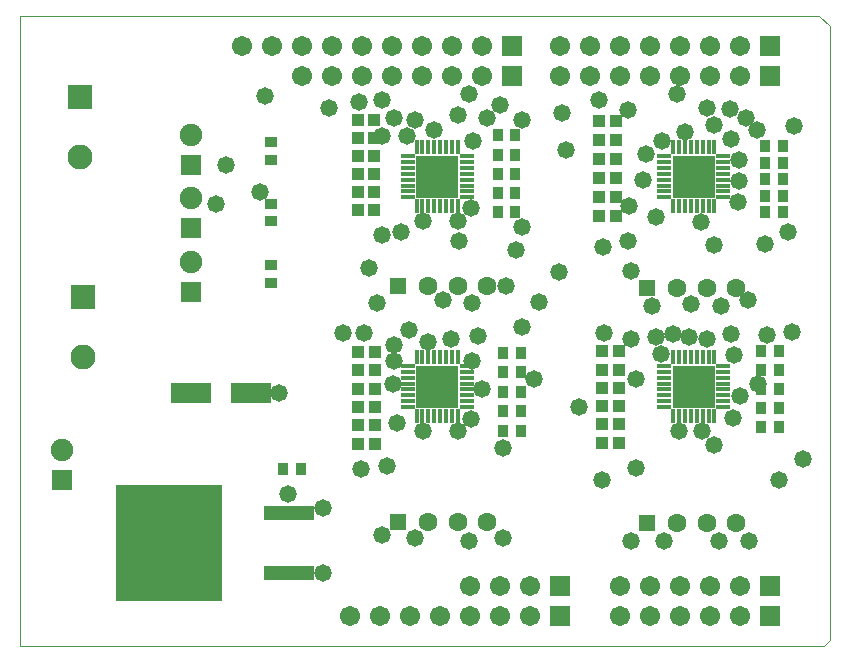
<source format=gts>
G04 Layer_Color=8388736*
%FSLAX44Y44*%
%MOMM*%
G71*
G01*
G75*
%ADD21C,0.0127*%
%ADD22C,0.0254*%
%ADD45R,4.3532X1.2532*%
%ADD46R,9.0032X9.8032*%
%ADD47R,0.9032X1.1032*%
%ADD48R,1.0032X1.1032*%
%ADD49R,3.4032X1.8032*%
%ADD50R,1.1032X0.9032*%
%ADD51R,1.2032X0.4532*%
%ADD52R,0.4532X1.2032*%
%ADD53R,3.6032X3.6032*%
%ADD54C,1.6032*%
%ADD55R,1.4032X1.4032*%
%ADD56C,2.1032*%
%ADD57R,2.0032X2.0032*%
%ADD58R,1.7032X1.7032*%
%ADD59C,1.7032*%
%ADD60R,1.8032X1.8032*%
%ADD61C,1.9032*%
%ADD62C,1.4732*%
D21*
X1400810Y485204D02*
Y812863D01*
X715073Y434403D02*
X1375774D01*
X715073Y968188D02*
X1375774D01*
X715073Y434403D02*
Y968188D01*
D22*
X1375774D02*
X1391472D01*
X1400810Y808990D02*
Y958613D01*
X1400573D02*
Y959087D01*
X1391472Y968188D02*
X1400573Y959087D01*
X1375774Y434403D02*
X1395793D01*
X1400573Y439183D01*
Y485204D01*
D45*
X942740Y496570D02*
D03*
Y547370D02*
D03*
D46*
X840740Y521970D02*
D03*
D47*
X1138950Y682830D02*
D03*
X1123950D02*
D03*
Y666320D02*
D03*
X1138950D02*
D03*
Y649810D02*
D03*
X1123950D02*
D03*
X1138950Y633300D02*
D03*
X1123950D02*
D03*
X1138950Y616790D02*
D03*
X1123950D02*
D03*
X1357510Y684530D02*
D03*
X1342510D02*
D03*
X1357510Y668337D02*
D03*
X1342510D02*
D03*
X1357510Y652145D02*
D03*
X1342510D02*
D03*
X1357510Y635952D02*
D03*
X1342510D02*
D03*
Y619760D02*
D03*
X1357510D02*
D03*
X1119110Y866775D02*
D03*
X1134110D02*
D03*
X1119110Y850583D02*
D03*
X1134110D02*
D03*
X1119110Y834390D02*
D03*
X1134110D02*
D03*
X1119110Y818197D02*
D03*
X1134110D02*
D03*
X1119110Y802005D02*
D03*
X1134110D02*
D03*
X1345710Y857560D02*
D03*
X1360710D02*
D03*
X1345590Y843590D02*
D03*
X1360590D02*
D03*
X1345590Y829620D02*
D03*
X1360590D02*
D03*
X1345590Y815650D02*
D03*
X1360590D02*
D03*
X1345590Y801680D02*
D03*
X1360590D02*
D03*
X937380Y584200D02*
D03*
X952380D02*
D03*
D48*
X1207740Y606552D02*
D03*
X1221740D02*
D03*
X1015380Y683260D02*
D03*
X1001380D02*
D03*
Y667766D02*
D03*
X1015380D02*
D03*
Y652272D02*
D03*
X1001380D02*
D03*
X1015380Y636778D02*
D03*
X1001380D02*
D03*
X1015380Y621283D02*
D03*
X1001380D02*
D03*
X1015380Y605790D02*
D03*
X1001380D02*
D03*
X1221740Y684022D02*
D03*
X1207740D02*
D03*
X1221740Y668528D02*
D03*
X1207740D02*
D03*
X1221740Y653034D02*
D03*
X1207740D02*
D03*
X1207740Y637540D02*
D03*
X1221740D02*
D03*
X1207740Y622046D02*
D03*
X1221740D02*
D03*
X1000760Y880110D02*
D03*
X1014760D02*
D03*
X1000760Y864870D02*
D03*
X1014760D02*
D03*
X1000760Y849630D02*
D03*
X1014760D02*
D03*
X1000760Y834390D02*
D03*
X1014760D02*
D03*
X1000760Y819150D02*
D03*
X1014760D02*
D03*
X1000760Y803910D02*
D03*
X1014760D02*
D03*
X1205230Y878840D02*
D03*
X1219230D02*
D03*
X1205230Y862838D02*
D03*
X1219230D02*
D03*
X1205230Y846836D02*
D03*
X1219230D02*
D03*
X1205230Y830834D02*
D03*
X1219230D02*
D03*
X1205230Y814832D02*
D03*
X1219230D02*
D03*
X1205230Y798830D02*
D03*
X1219230D02*
D03*
D49*
X910590Y648970D02*
D03*
X859790D02*
D03*
D50*
X927100Y741800D02*
D03*
Y756800D02*
D03*
Y808990D02*
D03*
Y793990D02*
D03*
Y860940D02*
D03*
Y845940D02*
D03*
D51*
X1043070Y671670D02*
D03*
Y666670D02*
D03*
Y661670D02*
D03*
Y656670D02*
D03*
Y651670D02*
D03*
Y646670D02*
D03*
Y641670D02*
D03*
Y636670D02*
D03*
X1093070D02*
D03*
Y641670D02*
D03*
Y646670D02*
D03*
Y651670D02*
D03*
Y656670D02*
D03*
Y661670D02*
D03*
Y666670D02*
D03*
Y671670D02*
D03*
X1260240D02*
D03*
Y666670D02*
D03*
Y661670D02*
D03*
Y656670D02*
D03*
Y651670D02*
D03*
Y646670D02*
D03*
Y641670D02*
D03*
Y636670D02*
D03*
X1310240D02*
D03*
Y641670D02*
D03*
Y646670D02*
D03*
Y651670D02*
D03*
Y656670D02*
D03*
Y661670D02*
D03*
Y666670D02*
D03*
Y671670D02*
D03*
X1043070Y849350D02*
D03*
Y844350D02*
D03*
Y839350D02*
D03*
Y834350D02*
D03*
Y829350D02*
D03*
Y824350D02*
D03*
Y819350D02*
D03*
Y814350D02*
D03*
X1093070D02*
D03*
Y819350D02*
D03*
Y824350D02*
D03*
Y829350D02*
D03*
Y834350D02*
D03*
Y839350D02*
D03*
Y844350D02*
D03*
Y849350D02*
D03*
X1260240D02*
D03*
Y844350D02*
D03*
Y839350D02*
D03*
Y834350D02*
D03*
Y829350D02*
D03*
Y824350D02*
D03*
Y819350D02*
D03*
Y814350D02*
D03*
X1310240D02*
D03*
Y819350D02*
D03*
Y824350D02*
D03*
Y829350D02*
D03*
Y834350D02*
D03*
Y839350D02*
D03*
Y844350D02*
D03*
Y849350D02*
D03*
D52*
X1050570Y629170D02*
D03*
X1055570D02*
D03*
X1060570D02*
D03*
X1065570D02*
D03*
X1070570D02*
D03*
X1075570D02*
D03*
X1080570D02*
D03*
X1085570D02*
D03*
Y679170D02*
D03*
X1080570D02*
D03*
X1075570D02*
D03*
X1070570D02*
D03*
X1065570D02*
D03*
X1060570D02*
D03*
X1055570D02*
D03*
X1050570D02*
D03*
X1267740Y629170D02*
D03*
X1272740D02*
D03*
X1277740D02*
D03*
X1282740D02*
D03*
X1287740D02*
D03*
X1292740D02*
D03*
X1297740D02*
D03*
X1302740D02*
D03*
Y679170D02*
D03*
X1297740D02*
D03*
X1292740D02*
D03*
X1287740D02*
D03*
X1282740D02*
D03*
X1277740D02*
D03*
X1272740D02*
D03*
X1267740D02*
D03*
X1050570Y806850D02*
D03*
X1055570D02*
D03*
X1060570D02*
D03*
X1065570D02*
D03*
X1070570D02*
D03*
X1075570D02*
D03*
X1080570D02*
D03*
X1085570D02*
D03*
Y856850D02*
D03*
X1080570D02*
D03*
X1075570D02*
D03*
X1070570D02*
D03*
X1065570D02*
D03*
X1060570D02*
D03*
X1055570D02*
D03*
X1050570D02*
D03*
X1267740Y806850D02*
D03*
X1272740D02*
D03*
X1277740D02*
D03*
X1282740D02*
D03*
X1287740D02*
D03*
X1292740D02*
D03*
X1297740D02*
D03*
X1302740D02*
D03*
Y856850D02*
D03*
X1297740D02*
D03*
X1292740D02*
D03*
X1287740D02*
D03*
X1282740D02*
D03*
X1277740D02*
D03*
X1272740D02*
D03*
X1267740D02*
D03*
D53*
X1068070Y654170D02*
D03*
X1285240D02*
D03*
X1068070Y831850D02*
D03*
X1285240D02*
D03*
D54*
X1296670Y538480D02*
D03*
X1271270D02*
D03*
X1320800D02*
D03*
X1085850Y539750D02*
D03*
X1060450D02*
D03*
X1109980D02*
D03*
X1296670Y737870D02*
D03*
X1271270D02*
D03*
X1320800D02*
D03*
X1085850Y739140D02*
D03*
X1060450D02*
D03*
X1109980D02*
D03*
D55*
X1245870Y538480D02*
D03*
X1035050Y539750D02*
D03*
X1245870Y737870D02*
D03*
X1035050Y739140D02*
D03*
D56*
X765810Y848360D02*
D03*
X768350Y679450D02*
D03*
D57*
X765810Y899160D02*
D03*
X768350Y730250D02*
D03*
D58*
X1131570Y942340D02*
D03*
X1350010D02*
D03*
Y916940D02*
D03*
Y459740D02*
D03*
X1172210D02*
D03*
X1131570Y916940D02*
D03*
X1350010Y485140D02*
D03*
X1172210D02*
D03*
D59*
X1106170Y942340D02*
D03*
X1055370D02*
D03*
X1029970D02*
D03*
X1004570D02*
D03*
X979170D02*
D03*
X953770D02*
D03*
X928370D02*
D03*
X902970D02*
D03*
X1080770D02*
D03*
X1172210D02*
D03*
X1197610D02*
D03*
X1223010D02*
D03*
X1248410D02*
D03*
X1273810D02*
D03*
X1299210D02*
D03*
X1324610D02*
D03*
X1172210Y916940D02*
D03*
X1197610D02*
D03*
X1223010D02*
D03*
X1248410D02*
D03*
X1273810D02*
D03*
X1299210D02*
D03*
X1324610D02*
D03*
X1223010Y459740D02*
D03*
X1248410D02*
D03*
X1273810D02*
D03*
X1299210D02*
D03*
X1324610D02*
D03*
X994410D02*
D03*
X1019810D02*
D03*
X1045210D02*
D03*
X1070610D02*
D03*
X1096010D02*
D03*
X1121410D02*
D03*
X1146810D02*
D03*
X953770Y916940D02*
D03*
X979170D02*
D03*
X1004570D02*
D03*
X1029970D02*
D03*
X1055370D02*
D03*
X1080770D02*
D03*
X1106170D02*
D03*
X1223010Y485140D02*
D03*
X1248410D02*
D03*
X1273810D02*
D03*
X1299210D02*
D03*
X1324610D02*
D03*
X1146810D02*
D03*
X1121410D02*
D03*
X1096010D02*
D03*
D60*
X750570Y575310D02*
D03*
X859790Y842010D02*
D03*
Y788035D02*
D03*
Y734060D02*
D03*
D61*
X750570Y600710D02*
D03*
X859790Y867410D02*
D03*
Y813435D02*
D03*
Y759460D02*
D03*
D62*
X1005840Y699770D02*
D03*
X1003300Y584200D02*
D03*
X1315720Y889000D02*
D03*
X1338580Y871220D02*
D03*
X1323340Y828040D02*
D03*
Y845820D02*
D03*
X1316990Y863600D02*
D03*
X1345590Y774446D02*
D03*
X1323112Y810260D02*
D03*
X1302740Y875792D02*
D03*
X1329436Y881888D02*
D03*
X1370482Y874879D02*
D03*
X1296670Y890270D02*
D03*
X1277620Y869950D02*
D03*
X1291590Y793750D02*
D03*
X1271016Y901700D02*
D03*
X1302740Y773910D02*
D03*
X1098550Y862330D02*
D03*
X1085850Y883920D02*
D03*
X1049020Y880110D02*
D03*
X1031240Y881380D02*
D03*
X1109980D02*
D03*
X1094740Y901700D02*
D03*
X1065530Y871220D02*
D03*
X1121410Y892810D02*
D03*
X1021080Y896620D02*
D03*
X1139818Y880030D02*
D03*
X1096772Y805180D02*
D03*
X1042670Y866140D02*
D03*
X1021080D02*
D03*
X1001776Y894842D02*
D03*
X976630Y890270D02*
D03*
X1085570Y794230D02*
D03*
X1177290Y854710D02*
D03*
X1242060Y829310D02*
D03*
X1244600Y850900D02*
D03*
X1030450Y656683D02*
D03*
X1031240Y675640D02*
D03*
Y689610D02*
D03*
X1044194Y702310D02*
D03*
X988060Y699770D02*
D03*
X1060450Y692150D02*
D03*
X1079500Y694690D02*
D03*
X1097280Y725170D02*
D03*
X1102360Y697230D02*
D03*
X1097280Y675640D02*
D03*
X1105916Y651764D02*
D03*
X1096772Y626618D02*
D03*
X1123950Y601980D02*
D03*
X1055624Y616458D02*
D03*
X1139952Y704213D02*
D03*
X1316990Y698500D02*
D03*
X1340046Y656217D02*
D03*
X1347216Y697785D02*
D03*
X1318260Y627380D02*
D03*
X1302740Y604357D02*
D03*
X1324610Y646430D02*
D03*
X1296670Y694690D02*
D03*
X1281430Y695960D02*
D03*
X1291844Y616458D02*
D03*
X1272740Y616712D02*
D03*
X1319530Y680720D02*
D03*
X1249680Y722630D02*
D03*
X1257300Y681990D02*
D03*
X1267460Y698500D02*
D03*
X1253490Y695960D02*
D03*
X1236218Y660146D02*
D03*
X1209040Y699770D02*
D03*
X1332230Y523240D02*
D03*
X1306830D02*
D03*
X1259840D02*
D03*
X1231900Y694690D02*
D03*
Y523240D02*
D03*
X1085570Y616549D02*
D03*
X1123950Y525780D02*
D03*
X1188466Y636778D02*
D03*
X1094740Y523240D02*
D03*
X1033780Y623570D02*
D03*
X1049020Y525780D02*
D03*
X1021080Y528320D02*
D03*
X1330960Y727710D02*
D03*
X1308100Y722630D02*
D03*
X1282700Y723900D02*
D03*
X1258570Y862330D02*
D03*
X1231900Y751840D02*
D03*
X1230122Y806958D02*
D03*
X1253564Y798068D02*
D03*
X1229502Y888031D02*
D03*
Y777447D02*
D03*
X1208659Y772287D02*
D03*
X1055624Y794258D02*
D03*
X1086395Y777203D02*
D03*
X1134364Y770128D02*
D03*
X1173480Y885952D02*
D03*
X1126490Y739140D02*
D03*
X1073150Y727710D02*
D03*
X1017270Y725170D02*
D03*
X934211Y648970D02*
D03*
X971111Y496570D02*
D03*
X889374Y842010D02*
D03*
X880745Y808990D02*
D03*
X1149858Y660908D02*
D03*
X971111Y551434D02*
D03*
X941832Y562817D02*
D03*
X1377442Y593090D02*
D03*
X1207740Y574802D02*
D03*
X1357510D02*
D03*
X1368552Y700278D02*
D03*
X1025652Y586994D02*
D03*
X1020968Y782527D02*
D03*
X1170940Y751332D02*
D03*
X1236076Y585169D02*
D03*
X1154176Y725424D02*
D03*
X1037336Y785368D02*
D03*
X1139571Y789559D02*
D03*
X1009904Y754888D02*
D03*
X1205230Y896921D02*
D03*
X1365250Y785368D02*
D03*
X922140Y900550D02*
D03*
X917956Y818642D02*
D03*
M02*

</source>
